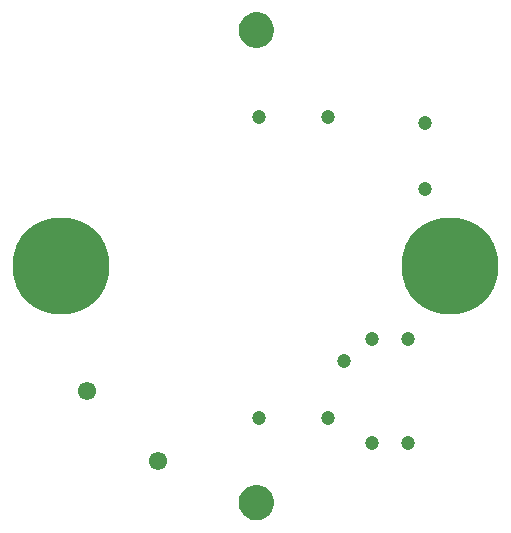
<source format=gbs>
G04*
G04 #@! TF.GenerationSoftware,Altium Limited,Altium Designer,20.1.8 (145)*
G04*
G04 Layer_Color=16711935*
%FSTAX43Y43*%
%MOMM*%
G71*
G04*
G04 #@! TF.SameCoordinates,6ED4BD64-6867-458A-972A-B64AF4BAC6AD*
G04*
G04*
G04 #@! TF.FilePolarity,Negative*
G04*
G01*
G75*
%ADD13C,1.203*%
%ADD14C,1.553*%
%ADD15C,8.203*%
G36*
X0100511Y0056446D02*
X0100784Y0056333D01*
X0101028Y0056169D01*
X0101237Y0055961D01*
X01014Y0055716D01*
X0101513Y0055444D01*
X0101571Y0055155D01*
Y0054855D01*
X0101513Y0054566D01*
X01014Y0054293D01*
X0101236Y0054047D01*
X0101027Y0053838D01*
X0100781Y0053674D01*
X0100508Y0053561D01*
X0100218Y0053503D01*
X0099917D01*
X0099628Y0053561D01*
X0099357Y0053673D01*
X0099112Y0053837D01*
X0098904Y0054045D01*
X0098741Y0054289D01*
X0098628Y0054561D01*
X0098571Y005485D01*
Y005515D01*
X0098628Y0055439D01*
X0098741Y0055711D01*
X0098904Y0055955D01*
X0099112Y0056163D01*
X0099357Y0056327D01*
X0099628Y0056439D01*
X0099917Y0056497D01*
X0100064Y0056497D01*
X0100075Y0056503D01*
Y0056503D01*
X0100223D01*
X0100511Y0056446D01*
D02*
G37*
G36*
Y0096446D02*
X0100784Y0096333D01*
X0101028Y0096169D01*
X0101237Y0095961D01*
X01014Y0095716D01*
X0101513Y0095444D01*
X0101571Y0095155D01*
Y0094855D01*
X0101513Y0094566D01*
X01014Y0094293D01*
X0101236Y0094047D01*
X0101027Y0093838D01*
X0100781Y0093674D01*
X0100508Y0093561D01*
X0100218Y0093503D01*
X0099917D01*
X0099628Y0093561D01*
X0099357Y0093673D01*
X0099112Y0093837D01*
X0098904Y0094045D01*
X0098741Y0094289D01*
X0098628Y0094561D01*
X0098571Y009485D01*
Y009515D01*
X0098628Y0095439D01*
X0098741Y0095711D01*
X0098904Y0095955D01*
X0099112Y0096163D01*
X0099357Y0096327D01*
X0099628Y0096439D01*
X0099917Y0096497D01*
X0100064Y0096497D01*
X0100075Y0096503D01*
Y0096503D01*
X0100223D01*
X0100511Y0096446D01*
D02*
G37*
D13*
X0107475Y0067025D02*
D03*
X0106175Y0062164D02*
D03*
X0100325D02*
D03*
X0114375Y0081525D02*
D03*
Y0087175D02*
D03*
X0100325Y0087675D02*
D03*
X0112875Y0068888D02*
D03*
X0109825D02*
D03*
X0112875Y0060012D02*
D03*
X0109825D02*
D03*
X0106175Y0087675D02*
D03*
D14*
X0091743Y0058504D02*
D03*
X0085755Y0064484D02*
D03*
D15*
X00835Y0075D02*
D03*
X01165D02*
D03*
M02*

</source>
